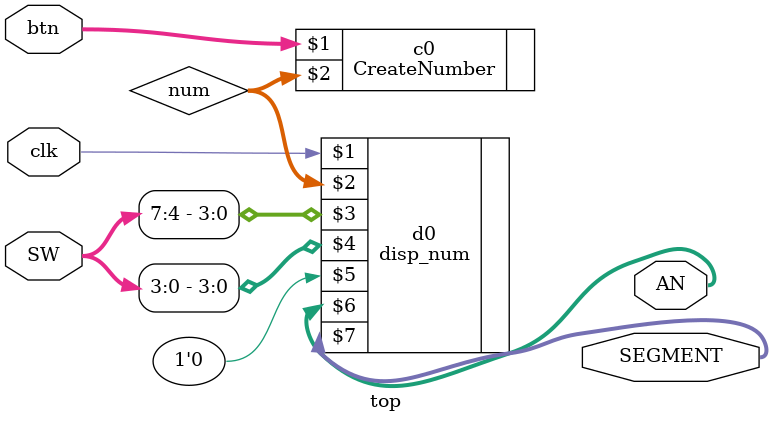
<source format=v>
`timescale 1ns / 1ps
module top(input wire clk, 
	input wire [7:0] SW,
	input wire [3:0] btn,
	output wire [3:0] AN,
	output wire [7:0] SEGMENT
);
	wire [15:0] num;

	CreateNumber c0(btn,num);
	
	disp_num d0(clk, num, SW[7:4], SW[3:0], 1'b0, AN, SEGMENT);
	 
endmodule


</source>
